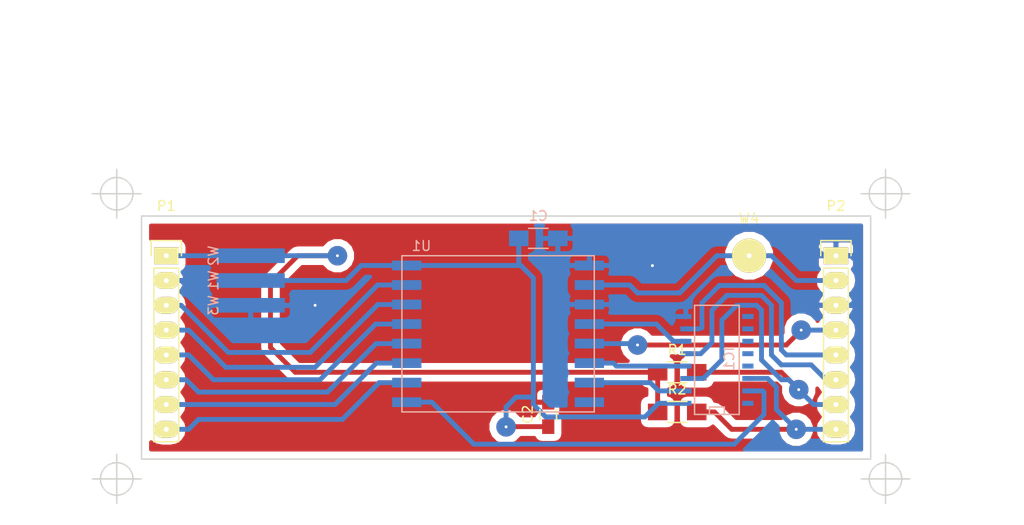
<source format=kicad_pcb>
(kicad_pcb (version 4) (host pcbnew 4.0.4+dfsg1-stable)

  (general
    (links 34)
    (no_connects 0)
    (area 106.604999 54.280999 181.431001 79.323001)
    (thickness 1.6)
    (drawings 12)
    (tracks 185)
    (zones 0)
    (modules 12)
    (nets 27)
  )

  (page A4)
  (layers
    (0 F.Cu signal hide)
    (31 B.Cu signal)
    (32 B.Adhes user)
    (33 F.Adhes user)
    (34 B.Paste user)
    (35 F.Paste user)
    (36 B.SilkS user)
    (37 F.SilkS user)
    (38 B.Mask user)
    (39 F.Mask user)
    (40 Dwgs.User user)
    (41 Cmts.User user)
    (42 Eco1.User user)
    (43 Eco2.User user)
    (44 Edge.Cuts user)
    (45 Margin user)
    (46 B.CrtYd user)
    (47 F.CrtYd user)
    (48 B.Fab user)
    (49 F.Fab user)
  )

  (setup
    (last_trace_width 0.5)
    (user_trace_width 0.3)
    (trace_clearance 0.2)
    (zone_clearance 0.7)
    (zone_45_only no)
    (trace_min 0.3)
    (segment_width 0.2)
    (edge_width 0.15)
    (via_size 0.6)
    (via_drill 0.4)
    (via_min_size 0.4)
    (via_min_drill 0)
    (user_via 2 0.3)
    (uvia_size 0.3)
    (uvia_drill 0.1)
    (uvias_allowed no)
    (uvia_min_size 0.2)
    (uvia_min_drill 0.1)
    (pcb_text_width 0.3)
    (pcb_text_size 1.5 1.5)
    (mod_edge_width 0.15)
    (mod_text_size 1 1)
    (mod_text_width 0.15)
    (pad_size 1.5 7)
    (pad_drill 0)
    (pad_to_mask_clearance 0.2)
    (aux_axis_origin 0 0)
    (visible_elements FFFFFF7F)
    (pcbplotparams
      (layerselection 0x01000_80000001)
      (usegerberextensions false)
      (excludeedgelayer false)
      (linewidth 0.100000)
      (plotframeref false)
      (viasonmask false)
      (mode 1)
      (useauxorigin false)
      (hpglpennumber 1)
      (hpglpenspeed 20)
      (hpglpendiameter 15)
      (hpglpenoverlay 2)
      (psnegative false)
      (psa4output false)
      (plotreference true)
      (plotvalue true)
      (plotinvisibletext false)
      (padsonsilk false)
      (subtractmaskfromsilk false)
      (outputformat 5)
      (mirror false)
      (drillshape 1)
      (scaleselection 1)
      (outputdirectory masks))
  )

  (net 0 "")
  (net 1 "Net-(P1-Pad3)")
  (net 2 "Net-(P1-Pad4)")
  (net 3 "Net-(P1-Pad5)")
  (net 4 "Net-(P1-Pad6)")
  (net 5 "Net-(P1-Pad7)")
  (net 6 "Net-(P1-Pad8)")
  (net 7 "Net-(U1-Pad16)")
  (net 8 GND)
  (net 9 +3V3)
  (net 10 "Net-(IC1-Pad16)")
  (net 11 "Net-(IC1-Pad13)")
  (net 12 "Net-(IC1-Pad12)")
  (net 13 "Net-(IC1-Pad11)")
  (net 14 "Net-(IC1-Pad10)")
  (net 15 /CS_5V)
  (net 16 /RST_5V)
  (net 17 "Net-(IC1-Pad6)")
  (net 18 /SCK_5V)
  (net 19 "Net-(IC1-Pad4)")
  (net 20 /MOSI_5V)
  (net 21 "Net-(IC1-Pad2)")
  (net 22 "Net-(IC1-Pad15)")
  (net 23 +5V)
  (net 24 /MISO_3V)
  (net 25 "Net-(IC1-Pad9)")
  (net 26 "Net-(P2-Pad2)")

  (net_class Default "This is the default net class."
    (clearance 0.2)
    (trace_width 0.5)
    (via_dia 0.6)
    (via_drill 0.4)
    (uvia_dia 0.3)
    (uvia_drill 0.1)
    (add_net +3V3)
    (add_net +5V)
    (add_net /CS_5V)
    (add_net /MISO_3V)
    (add_net /MOSI_5V)
    (add_net /RST_5V)
    (add_net /SCK_5V)
    (add_net GND)
    (add_net "Net-(IC1-Pad10)")
    (add_net "Net-(IC1-Pad11)")
    (add_net "Net-(IC1-Pad12)")
    (add_net "Net-(IC1-Pad13)")
    (add_net "Net-(IC1-Pad15)")
    (add_net "Net-(IC1-Pad16)")
    (add_net "Net-(IC1-Pad2)")
    (add_net "Net-(IC1-Pad4)")
    (add_net "Net-(IC1-Pad6)")
    (add_net "Net-(IC1-Pad9)")
    (add_net "Net-(P1-Pad3)")
    (add_net "Net-(P1-Pad4)")
    (add_net "Net-(P1-Pad5)")
    (add_net "Net-(P1-Pad6)")
    (add_net "Net-(P1-Pad7)")
    (add_net "Net-(P1-Pad8)")
    (add_net "Net-(P2-Pad2)")
    (add_net "Net-(U1-Pad16)")
  )

  (module Pin_Headers:Pin_Header_Straight_1x08 (layer F.Cu) (tedit 588FBAC9) (tstamp 5818CBB3)
    (at 109.22 58.42)
    (descr "Through hole pin header")
    (tags "pin header")
    (path /5818C50E)
    (fp_text reference P1 (at 0 -5.1) (layer F.SilkS)
      (effects (font (size 1 1) (thickness 0.15)))
    )
    (fp_text value CONN_01X08 (at 0 -3.1) (layer F.Fab)
      (effects (font (size 1 1) (thickness 0.15)))
    )
    (fp_line (start -1.75 -1.75) (end -1.75 19.55) (layer F.CrtYd) (width 0.05))
    (fp_line (start 1.75 -1.75) (end 1.75 19.55) (layer F.CrtYd) (width 0.05))
    (fp_line (start -1.75 -1.75) (end 1.75 -1.75) (layer F.CrtYd) (width 0.05))
    (fp_line (start -1.75 19.55) (end 1.75 19.55) (layer F.CrtYd) (width 0.05))
    (fp_line (start 1.27 1.27) (end 1.27 19.05) (layer F.SilkS) (width 0.15))
    (fp_line (start 1.27 19.05) (end -1.27 19.05) (layer F.SilkS) (width 0.15))
    (fp_line (start -1.27 19.05) (end -1.27 1.27) (layer F.SilkS) (width 0.15))
    (fp_line (start 1.55 -1.55) (end 1.55 0) (layer F.SilkS) (width 0.15))
    (fp_line (start 1.27 1.27) (end -1.27 1.27) (layer F.SilkS) (width 0.15))
    (fp_line (start -1.55 0) (end -1.55 -1.55) (layer F.SilkS) (width 0.15))
    (fp_line (start -1.55 -1.55) (end 1.55 -1.55) (layer F.SilkS) (width 0.15))
    (pad 1 thru_hole rect (at 0 0) (size 2.5 1.7272) (drill 0.5) (layers *.Cu *.Mask F.SilkS)
      (net 23 +5V))
    (pad 2 thru_hole oval (at 0 2.54) (size 2.5 1.7272) (drill 0.5) (layers *.Cu *.Mask F.SilkS)
      (net 8 GND))
    (pad 3 thru_hole oval (at 0 5.08) (size 2.5 1.7272) (drill 0.5) (layers *.Cu *.Mask F.SilkS)
      (net 1 "Net-(P1-Pad3)"))
    (pad 4 thru_hole oval (at 0 7.62) (size 2.5 1.7272) (drill 0.5) (layers *.Cu *.Mask F.SilkS)
      (net 2 "Net-(P1-Pad4)"))
    (pad 5 thru_hole oval (at 0 10.16) (size 2.5 1.7272) (drill 0.5) (layers *.Cu *.Mask F.SilkS)
      (net 3 "Net-(P1-Pad5)"))
    (pad 6 thru_hole oval (at 0 12.7) (size 2.5 1.7272) (drill 0.5) (layers *.Cu *.Mask F.SilkS)
      (net 4 "Net-(P1-Pad6)"))
    (pad 7 thru_hole oval (at 0 15.24) (size 2.5 1.7272) (drill 0.5) (layers *.Cu *.Mask F.SilkS)
      (net 5 "Net-(P1-Pad7)"))
    (pad 8 thru_hole oval (at 0 17.78) (size 2.5 1.7272) (drill 0.5) (layers *.Cu *.Mask F.SilkS)
      (net 6 "Net-(P1-Pad8)"))
    (model Pin_Headers.3dshapes/Pin_Header_Straight_1x08.wrl
      (at (xyz 0 -0.35 0))
      (scale (xyz 1 1 1))
      (rotate (xyz 0 0 90))
    )
  )

  (module Pin_Headers:Pin_Header_Straight_1x08 (layer F.Cu) (tedit 588FBA88) (tstamp 5818CBBF)
    (at 177.8 58.42)
    (descr "Through hole pin header")
    (tags "pin header")
    (path /5818C495)
    (fp_text reference P2 (at 0 -5.1) (layer F.SilkS)
      (effects (font (size 1 1) (thickness 0.15)))
    )
    (fp_text value CONN_01X08 (at 0 -3.1) (layer F.Fab)
      (effects (font (size 1 1) (thickness 0.15)))
    )
    (fp_line (start -1.75 -1.75) (end -1.75 19.55) (layer F.CrtYd) (width 0.05))
    (fp_line (start 1.75 -1.75) (end 1.75 19.55) (layer F.CrtYd) (width 0.05))
    (fp_line (start -1.75 -1.75) (end 1.75 -1.75) (layer F.CrtYd) (width 0.05))
    (fp_line (start -1.75 19.55) (end 1.75 19.55) (layer F.CrtYd) (width 0.05))
    (fp_line (start 1.27 1.27) (end 1.27 19.05) (layer F.SilkS) (width 0.15))
    (fp_line (start 1.27 19.05) (end -1.27 19.05) (layer F.SilkS) (width 0.15))
    (fp_line (start -1.27 19.05) (end -1.27 1.27) (layer F.SilkS) (width 0.15))
    (fp_line (start 1.55 -1.55) (end 1.55 0) (layer F.SilkS) (width 0.15))
    (fp_line (start 1.27 1.27) (end -1.27 1.27) (layer F.SilkS) (width 0.15))
    (fp_line (start -1.55 0) (end -1.55 -1.55) (layer F.SilkS) (width 0.15))
    (fp_line (start -1.55 -1.55) (end 1.55 -1.55) (layer F.SilkS) (width 0.15))
    (pad 1 thru_hole rect (at 0 0) (size 2.5 1.7272) (drill 0.5) (layers *.Cu *.Mask F.SilkS)
      (net 8 GND))
    (pad 2 thru_hole oval (at 0 2.54) (size 2.5 1.7272) (drill 0.5) (layers *.Cu *.Mask F.SilkS)
      (net 26 "Net-(P2-Pad2)"))
    (pad 3 thru_hole oval (at 0 5.08) (size 2.5 1.7272) (drill 0.5) (layers *.Cu *.Mask F.SilkS)
      (net 8 GND))
    (pad 4 thru_hole oval (at 0 7.62) (size 2.5 1.7272) (drill 0.5) (layers *.Cu *.Mask F.SilkS)
      (net 24 /MISO_3V))
    (pad 5 thru_hole oval (at 0 10.16) (size 2.5 1.7272) (drill 0.5) (layers *.Cu *.Mask F.SilkS)
      (net 18 /SCK_5V))
    (pad 6 thru_hole oval (at 0 12.7) (size 2.5 1.7272) (drill 0.5) (layers *.Cu *.Mask F.SilkS)
      (net 20 /MOSI_5V))
    (pad 7 thru_hole oval (at 0 15.24) (size 2.5 1.7272) (drill 0.5) (layers *.Cu *.Mask F.SilkS)
      (net 15 /CS_5V))
    (pad 8 thru_hole oval (at 0 17.78) (size 2.5 1.7272) (drill 0.5) (layers *.Cu *.Mask F.SilkS)
      (net 16 /RST_5V))
    (model Pin_Headers.3dshapes/Pin_Header_Straight_1x08.wrl
      (at (xyz 0 -0.35 0))
      (scale (xyz 1 1 1))
      (rotate (xyz 0 0 90))
    )
  )

  (module rfm69:RFM69HW (layer B.Cu) (tedit 580505ED) (tstamp 5818CBD7)
    (at 133.35 58.42)
    (path /5818C38E)
    (fp_text reference U1 (at 2 -1) (layer B.SilkS)
      (effects (font (size 1 1) (thickness 0.15)) (justify mirror))
    )
    (fp_text value RFM69 (at 3 17) (layer B.Fab)
      (effects (font (size 1 1) (thickness 0.15)) (justify mirror))
    )
    (fp_line (start 0 0) (end 0 16) (layer B.SilkS) (width 0.15))
    (fp_line (start 0 16) (end 19.7 16) (layer B.SilkS) (width 0.15))
    (fp_line (start 19.7 16) (end 19.7 0) (layer B.SilkS) (width 0.15))
    (fp_line (start 19.7 0) (end 0 0) (layer B.SilkS) (width 0.15))
    (pad 9 smd rect (at 19.2 1) (size 3 1) (layers B.Cu B.Paste B.Mask)
      (net 8 GND))
    (pad 10 smd rect (at 19.2 3) (size 3 1) (layers B.Cu B.Paste B.Mask)
      (net 26 "Net-(P2-Pad2)"))
    (pad 11 smd rect (at 19.2 5) (size 3 1) (layers B.Cu B.Paste B.Mask)
      (net 8 GND))
    (pad 12 smd rect (at 19.2 7) (size 3 1) (layers B.Cu B.Paste B.Mask)
      (net 17 "Net-(IC1-Pad6)"))
    (pad 13 smd rect (at 19.2 9) (size 3 1) (layers B.Cu B.Paste B.Mask)
      (net 24 /MISO_3V))
    (pad 14 smd rect (at 19.2 11) (size 3 1) (layers B.Cu B.Paste B.Mask)
      (net 19 "Net-(IC1-Pad4)"))
    (pad 15 smd rect (at 19.2 13) (size 3 1) (layers B.Cu B.Paste B.Mask)
      (net 21 "Net-(IC1-Pad2)"))
    (pad 16 smd rect (at 19.2 15) (size 3 1) (layers B.Cu B.Paste B.Mask)
      (net 7 "Net-(U1-Pad16)"))
    (pad 8 smd rect (at 0.5 1) (size 3 1) (layers B.Cu B.Paste B.Mask)
      (net 9 +3V3))
    (pad 7 smd rect (at 0.5 3) (size 3 1) (layers B.Cu B.Paste B.Mask)
      (net 1 "Net-(P1-Pad3)"))
    (pad 6 smd rect (at 0.5 5) (size 3 1) (layers B.Cu B.Paste B.Mask)
      (net 2 "Net-(P1-Pad4)"))
    (pad 5 smd rect (at 0.5 7) (size 3 1) (layers B.Cu B.Paste B.Mask)
      (net 3 "Net-(P1-Pad5)"))
    (pad 4 smd rect (at 0.5 9) (size 3 1) (layers B.Cu B.Paste B.Mask)
      (net 4 "Net-(P1-Pad6)"))
    (pad 3 smd rect (at 0.5 11) (size 3 1) (layers B.Cu B.Paste B.Mask)
      (net 5 "Net-(P1-Pad7)"))
    (pad 2 smd rect (at 0.5 13) (size 3 1) (layers B.Cu B.Paste B.Mask)
      (net 6 "Net-(P1-Pad8)"))
    (pad 1 smd rect (at 0.5 15) (size 3 1) (layers B.Cu B.Paste B.Mask)
      (net 22 "Net-(IC1-Pad15)"))
  )

  (module SMD_Packages:SO-16-N (layer B.Cu) (tedit 581F9FED) (tstamp 581F86B4)
    (at 165.608 69.088 90)
    (descr "Module CMS SOJ 16 pins large")
    (tags "CMS SOJ")
    (path /581BB85D)
    (attr smd)
    (fp_text reference IC1 (at 0.127 1.27 90) (layer B.SilkS)
      (effects (font (size 1 1) (thickness 0.15)) (justify mirror))
    )
    (fp_text value 74HC4050 (at 0 -1.27 90) (layer B.Fab)
      (effects (font (size 1 1) (thickness 0.15)) (justify mirror))
    )
    (fp_line (start -5.588 0.762) (end -4.826 0.762) (layer B.SilkS) (width 0.15))
    (fp_line (start -4.826 0.762) (end -4.826 -0.762) (layer B.SilkS) (width 0.15))
    (fp_line (start -4.826 -0.762) (end -5.588 -0.762) (layer B.SilkS) (width 0.15))
    (fp_line (start 5.588 2.286) (end 5.588 -2.286) (layer B.SilkS) (width 0.15))
    (fp_line (start 5.588 -2.286) (end -5.588 -2.286) (layer B.SilkS) (width 0.15))
    (fp_line (start -5.588 -2.286) (end -5.588 2.286) (layer B.SilkS) (width 0.15))
    (fp_line (start -5.588 2.286) (end 5.588 2.286) (layer B.SilkS) (width 0.15))
    (pad 16 smd rect (at -4.445 3.175 90) (size 0.508 1.143) (layers B.Cu B.Paste B.Mask)
      (net 10 "Net-(IC1-Pad16)"))
    (pad 14 smd rect (at -1.905 3.175 90) (size 0.508 1.143) (layers B.Cu B.Paste B.Mask)
      (net 16 /RST_5V))
    (pad 13 smd rect (at -0.635 3.175 90) (size 0.508 1.143) (layers B.Cu B.Paste B.Mask)
      (net 11 "Net-(IC1-Pad13)"))
    (pad 12 smd rect (at 0.635 3.175 90) (size 0.508 1.143) (layers B.Cu B.Paste B.Mask)
      (net 12 "Net-(IC1-Pad12)"))
    (pad 11 smd rect (at 1.905 3.175 90) (size 0.508 1.143) (layers B.Cu B.Paste B.Mask)
      (net 13 "Net-(IC1-Pad11)"))
    (pad 10 smd rect (at 3.175 3.175 90) (size 0.508 1.143) (layers B.Cu B.Paste B.Mask)
      (net 14 "Net-(IC1-Pad10)"))
    (pad 9 smd rect (at 4.445 3.175 90) (size 0.508 1.143) (layers B.Cu B.Paste B.Mask)
      (net 25 "Net-(IC1-Pad9)"))
    (pad 8 smd rect (at 4.445 -3.175 90) (size 0.508 1.143) (layers B.Cu B.Paste B.Mask)
      (net 8 GND))
    (pad 7 smd rect (at 3.175 -3.175 90) (size 0.508 1.143) (layers B.Cu B.Paste B.Mask)
      (net 18 /SCK_5V))
    (pad 6 smd rect (at 1.905 -3.175 90) (size 0.508 1.143) (layers B.Cu B.Paste B.Mask)
      (net 17 "Net-(IC1-Pad6)"))
    (pad 5 smd rect (at 0.635 -3.175 90) (size 0.508 1.143) (layers B.Cu B.Paste B.Mask)
      (net 20 /MOSI_5V))
    (pad 4 smd rect (at -0.635 -3.175 90) (size 0.508 1.143) (layers B.Cu B.Paste B.Mask)
      (net 19 "Net-(IC1-Pad4)"))
    (pad 3 smd rect (at -1.905 -3.175 90) (size 0.508 1.143) (layers B.Cu B.Paste B.Mask)
      (net 15 /CS_5V))
    (pad 2 smd rect (at -3.175 -3.175 90) (size 0.508 1.143) (layers B.Cu B.Paste B.Mask)
      (net 21 "Net-(IC1-Pad2)"))
    (pad 1 smd rect (at -4.445 -3.175 90) (size 0.508 1.143) (layers B.Cu B.Paste B.Mask)
      (net 9 +3V3))
    (pad 15 smd rect (at -3.175 3.175 90) (size 0.508 1.143) (layers B.Cu B.Paste B.Mask)
      (net 22 "Net-(IC1-Pad15)"))
    (model SMD_Packages.3dshapes/SO-16-N.wrl
      (at (xyz 0 0 0))
      (scale (xyz 0.5 0.4 0.5))
      (rotate (xyz 0 0 0))
    )
  )

  (module Wire_Pads:SolderWirePad_single_SMD_5x10mm (layer B.Cu) (tedit 588FC0EE) (tstamp 581F86C5)
    (at 117.856 60.96 270)
    (descr "Wire Pad, Square, SMD Pad,  5mm x 10mm,")
    (tags "MesurementPoint Square SMDPad 5mmx10mm ")
    (path /581F7B20)
    (attr smd)
    (fp_text reference W1 (at 0 3.81 270) (layer B.SilkS)
      (effects (font (size 1 1) (thickness 0.15)) (justify mirror))
    )
    (fp_text value TEST_1P (at 0 -6.35 270) (layer B.Fab)
      (effects (font (size 1 1) (thickness 0.15)) (justify mirror))
    )
    (fp_line (start 2.75 5.25) (end -2.75 5.25) (layer B.CrtYd) (width 0.05))
    (fp_line (start 2.75 -5.25) (end 2.75 5.25) (layer B.CrtYd) (width 0.05))
    (fp_line (start -2.75 -5.25) (end 2.75 -5.25) (layer B.CrtYd) (width 0.05))
    (fp_line (start -2.75 5.25) (end -2.75 -5.25) (layer B.CrtYd) (width 0.05))
    (pad 1 smd rect (at 0 0 270) (size 1.5 7) (layers B.Cu B.Paste B.Mask)
      (net 9 +3V3))
  )

  (module Wire_Pads:SolderWirePad_single_SMD_5x10mm (layer B.Cu) (tedit 588FC0D2) (tstamp 581F86CA)
    (at 117.856 58.42 270)
    (descr "Wire Pad, Square, SMD Pad,  5mm x 10mm,")
    (tags "MesurementPoint Square SMDPad 5mmx10mm ")
    (path /581F791B)
    (attr smd)
    (fp_text reference W2 (at 0 3.81 270) (layer B.SilkS)
      (effects (font (size 1 1) (thickness 0.15)) (justify mirror))
    )
    (fp_text value TEST_1P (at 0 -6.35 270) (layer B.Fab)
      (effects (font (size 1 1) (thickness 0.15)) (justify mirror))
    )
    (fp_line (start 2.75 5.25) (end -2.75 5.25) (layer B.CrtYd) (width 0.05))
    (fp_line (start 2.75 -5.25) (end 2.75 5.25) (layer B.CrtYd) (width 0.05))
    (fp_line (start -2.75 -5.25) (end 2.75 -5.25) (layer B.CrtYd) (width 0.05))
    (fp_line (start -2.75 5.25) (end -2.75 -5.25) (layer B.CrtYd) (width 0.05))
    (pad 1 smd rect (at 0 0 270) (size 1.5 7) (layers B.Cu B.Paste B.Mask)
      (net 23 +5V))
  )

  (module Wire_Pads:SolderWirePad_single_SMD_5x10mm (layer B.Cu) (tedit 588FC100) (tstamp 581F86CF)
    (at 117.856 63.5 270)
    (descr "Wire Pad, Square, SMD Pad,  5mm x 10mm,")
    (tags "MesurementPoint Square SMDPad 5mmx10mm ")
    (path /581F7A05)
    (attr smd)
    (fp_text reference W3 (at 0 3.81 270) (layer B.SilkS)
      (effects (font (size 1 1) (thickness 0.15)) (justify mirror))
    )
    (fp_text value TEST_1P (at 0 -6.35 270) (layer B.Fab)
      (effects (font (size 1 1) (thickness 0.15)) (justify mirror))
    )
    (fp_line (start 2.75 5.25) (end -2.75 5.25) (layer B.CrtYd) (width 0.05))
    (fp_line (start 2.75 -5.25) (end 2.75 5.25) (layer B.CrtYd) (width 0.05))
    (fp_line (start -2.75 -5.25) (end 2.75 -5.25) (layer B.CrtYd) (width 0.05))
    (fp_line (start -2.75 5.25) (end -2.75 -5.25) (layer B.CrtYd) (width 0.05))
    (pad 1 smd rect (at 0 0 270) (size 1.5 7) (layers B.Cu B.Paste B.Mask)
      (net 8 GND))
  )

  (module Capacitors_SMD:C_1206_HandSoldering (layer B.Cu) (tedit 541A9C03) (tstamp 5888EFA0)
    (at 147.32 56.642 180)
    (descr "Capacitor SMD 1206, hand soldering")
    (tags "capacitor 1206")
    (path /5818C6B7)
    (attr smd)
    (fp_text reference C1 (at 0 2.3 180) (layer B.SilkS)
      (effects (font (size 1 1) (thickness 0.15)) (justify mirror))
    )
    (fp_text value 10uF (at 0 -2.3 180) (layer B.Fab)
      (effects (font (size 1 1) (thickness 0.15)) (justify mirror))
    )
    (fp_line (start -3.3 1.15) (end 3.3 1.15) (layer B.CrtYd) (width 0.05))
    (fp_line (start -3.3 -1.15) (end 3.3 -1.15) (layer B.CrtYd) (width 0.05))
    (fp_line (start -3.3 1.15) (end -3.3 -1.15) (layer B.CrtYd) (width 0.05))
    (fp_line (start 3.3 1.15) (end 3.3 -1.15) (layer B.CrtYd) (width 0.05))
    (fp_line (start 1 1.025) (end -1 1.025) (layer B.SilkS) (width 0.15))
    (fp_line (start -1 -1.025) (end 1 -1.025) (layer B.SilkS) (width 0.15))
    (pad 1 smd rect (at -2 0 180) (size 2 1.6) (layers B.Cu B.Paste B.Mask)
      (net 8 GND))
    (pad 2 smd rect (at 2 0 180) (size 2 1.6) (layers B.Cu B.Paste B.Mask)
      (net 9 +3V3))
    (model Capacitors_SMD.3dshapes/C_1206_HandSoldering.wrl
      (at (xyz 0 0 0))
      (scale (xyz 1 1 1))
      (rotate (xyz 0 0 0))
    )
  )

  (module Capacitors_SMD:C_0805_HandSoldering (layer F.Cu) (tedit 541A9B8D) (tstamp 5888EFA5)
    (at 148.336 74.676 90)
    (descr "Capacitor SMD 0805, hand soldering")
    (tags "capacitor 0805")
    (path /5818C782)
    (attr smd)
    (fp_text reference C2 (at 0 -2.1 90) (layer F.SilkS)
      (effects (font (size 1 1) (thickness 0.15)))
    )
    (fp_text value 0.1uF (at 0 2.1 90) (layer F.Fab)
      (effects (font (size 1 1) (thickness 0.15)))
    )
    (fp_line (start -2.3 -1) (end 2.3 -1) (layer F.CrtYd) (width 0.05))
    (fp_line (start -2.3 1) (end 2.3 1) (layer F.CrtYd) (width 0.05))
    (fp_line (start -2.3 -1) (end -2.3 1) (layer F.CrtYd) (width 0.05))
    (fp_line (start 2.3 -1) (end 2.3 1) (layer F.CrtYd) (width 0.05))
    (fp_line (start 0.5 -0.85) (end -0.5 -0.85) (layer F.SilkS) (width 0.15))
    (fp_line (start -0.5 0.85) (end 0.5 0.85) (layer F.SilkS) (width 0.15))
    (pad 1 smd rect (at -1.25 0 90) (size 1.5 1.25) (layers F.Cu F.Paste F.Mask)
      (net 9 +3V3))
    (pad 2 smd rect (at 1.25 0 90) (size 1.5 1.25) (layers F.Cu F.Paste F.Mask)
      (net 8 GND))
    (model Capacitors_SMD.3dshapes/C_0805_HandSoldering.wrl
      (at (xyz 0 0 0))
      (scale (xyz 1 1 1))
      (rotate (xyz 0 0 0))
    )
  )

  (module Resistors_SMD:R_1206_HandSoldering (layer F.Cu) (tedit 5418A20D) (tstamp 5888F1C4)
    (at 161.544 70.358)
    (descr "Resistor SMD 1206, hand soldering")
    (tags "resistor 1206")
    (path /581F96AD)
    (attr smd)
    (fp_text reference R1 (at 0 -2.3) (layer F.SilkS)
      (effects (font (size 1 1) (thickness 0.15)))
    )
    (fp_text value 100k (at 0 2.3) (layer F.Fab)
      (effects (font (size 1 1) (thickness 0.15)))
    )
    (fp_line (start -3.3 -1.2) (end 3.3 -1.2) (layer F.CrtYd) (width 0.05))
    (fp_line (start -3.3 1.2) (end 3.3 1.2) (layer F.CrtYd) (width 0.05))
    (fp_line (start -3.3 -1.2) (end -3.3 1.2) (layer F.CrtYd) (width 0.05))
    (fp_line (start 3.3 -1.2) (end 3.3 1.2) (layer F.CrtYd) (width 0.05))
    (fp_line (start 1 1.075) (end -1 1.075) (layer F.SilkS) (width 0.15))
    (fp_line (start -1 -1.075) (end 1 -1.075) (layer F.SilkS) (width 0.15))
    (pad 1 smd rect (at -2 0) (size 2 1.7) (layers F.Cu F.Paste F.Mask)
      (net 23 +5V))
    (pad 2 smd rect (at 2 0) (size 2 1.7) (layers F.Cu F.Paste F.Mask)
      (net 15 /CS_5V))
    (model Resistors_SMD.3dshapes/R_1206_HandSoldering.wrl
      (at (xyz 0 0 0))
      (scale (xyz 1 1 1))
      (rotate (xyz 0 0 0))
    )
  )

  (module Resistors_SMD:R_1206_HandSoldering (layer F.Cu) (tedit 5418A20D) (tstamp 5888F1C9)
    (at 161.544 74.422)
    (descr "Resistor SMD 1206, hand soldering")
    (tags "resistor 1206")
    (path /581F95D6)
    (attr smd)
    (fp_text reference R2 (at 0 -2.3) (layer F.SilkS)
      (effects (font (size 1 1) (thickness 0.15)))
    )
    (fp_text value 100k (at 0 2.3) (layer F.Fab)
      (effects (font (size 1 1) (thickness 0.15)))
    )
    (fp_line (start -3.3 -1.2) (end 3.3 -1.2) (layer F.CrtYd) (width 0.05))
    (fp_line (start -3.3 1.2) (end 3.3 1.2) (layer F.CrtYd) (width 0.05))
    (fp_line (start -3.3 -1.2) (end -3.3 1.2) (layer F.CrtYd) (width 0.05))
    (fp_line (start 3.3 -1.2) (end 3.3 1.2) (layer F.CrtYd) (width 0.05))
    (fp_line (start 1 1.075) (end -1 1.075) (layer F.SilkS) (width 0.15))
    (fp_line (start -1 -1.075) (end 1 -1.075) (layer F.SilkS) (width 0.15))
    (pad 1 smd rect (at -2 0) (size 2 1.7) (layers F.Cu F.Paste F.Mask)
      (net 23 +5V))
    (pad 2 smd rect (at 2 0) (size 2 1.7) (layers F.Cu F.Paste F.Mask)
      (net 16 /RST_5V))
    (model Resistors_SMD.3dshapes/R_1206_HandSoldering.wrl
      (at (xyz 0 0 0))
      (scale (xyz 1 1 1))
      (rotate (xyz 0 0 0))
    )
  )

  (module Wire_Pads:SolderWirePad_single_1-2mmDrill (layer F.Cu) (tedit 588FB943) (tstamp 588FB625)
    (at 168.91 58.42)
    (path /588FB5FE)
    (fp_text reference W4 (at 0 -3.81) (layer F.SilkS)
      (effects (font (size 1 1) (thickness 0.15)))
    )
    (fp_text value TEST_1P (at -1.905 3.175) (layer F.Fab)
      (effects (font (size 1 1) (thickness 0.15)))
    )
    (pad 1 thru_hole circle (at 0 0) (size 3.50012 3.50012) (drill 0.5) (layers *.Cu *.Mask F.SilkS)
      (net 26 "Net-(P2-Pad2)"))
  )

  (dimension 38.1 (width 0.3) (layer Cmts.User)
    (gr_text "38,100 mm" (at 194.39 66.802 270) (layer Cmts.User)
      (effects (font (size 1.5 1.5) (thickness 0.3)))
    )
    (feature1 (pts (xy 182.88 85.852) (xy 195.74 85.852)))
    (feature2 (pts (xy 182.88 47.752) (xy 195.74 47.752)))
    (crossbar (pts (xy 193.04 47.752) (xy 193.04 85.852)))
    (arrow1a (pts (xy 193.04 85.852) (xy 192.453579 84.725496)))
    (arrow1b (pts (xy 193.04 85.852) (xy 193.626421 84.725496)))
    (arrow2a (pts (xy 193.04 47.752) (xy 192.453579 48.878504)))
    (arrow2b (pts (xy 193.04 47.752) (xy 193.626421 48.878504)))
  )
  (dimension 86.614372 (width 0.3) (layer Cmts.User)
    (gr_text "86,614 mm" (at 143.435373 34.083893 359.8319777) (layer Cmts.User)
      (effects (font (size 1.5 1.5) (thickness 0.3)))
    )
    (feature1 (pts (xy 186.69 52.07) (xy 186.746332 32.860899)))
    (feature2 (pts (xy 100.076 51.816) (xy 100.132332 32.606899)))
    (crossbar (pts (xy 100.124414 35.306887) (xy 186.738414 35.560887)))
    (arrow1a (pts (xy 186.738414 35.560887) (xy 185.610195 36.144002)))
    (arrow1b (pts (xy 186.738414 35.560887) (xy 185.613635 34.971165)))
    (arrow2a (pts (xy 100.124414 35.306887) (xy 101.249193 35.896609)))
    (arrow2b (pts (xy 100.124414 35.306887) (xy 101.252633 34.723772)))
  )
  (target plus (at 182.88 52.07) (size 5) (width 0.15) (layer Edge.Cuts))
  (target plus (at 182.88 81.28) (size 5) (width 0.15) (layer Edge.Cuts))
  (target plus (at 104.14 52.07) (size 5) (width 0.15) (layer Edge.Cuts))
  (target plus (at 104.14 81.28) (size 5) (width 0.15) (layer Edge.Cuts))
  (dimension 24.892 (width 0.3) (layer Cmts.User)
    (gr_text "24,892 mm" (at 98.472 66.802 270) (layer Cmts.User)
      (effects (font (size 1.5 1.5) (thickness 0.3)))
    )
    (feature1 (pts (xy 106.68 79.248) (xy 97.122 79.248)))
    (feature2 (pts (xy 106.68 54.356) (xy 97.122 54.356)))
    (crossbar (pts (xy 99.822 54.356) (xy 99.822 79.248)))
    (arrow1a (pts (xy 99.822 79.248) (xy 99.235579 78.121496)))
    (arrow1b (pts (xy 99.822 79.248) (xy 100.408421 78.121496)))
    (arrow2a (pts (xy 99.822 54.356) (xy 99.235579 55.482504)))
    (arrow2b (pts (xy 99.822 54.356) (xy 100.408421 55.482504)))
  )
  (dimension 74.676 (width 0.3) (layer Cmts.User)
    (gr_text "74,676 mm" (at 144.018 46.148) (layer Cmts.User)
      (effects (font (size 1.5 1.5) (thickness 0.3)))
    )
    (feature1 (pts (xy 181.356 54.356) (xy 181.356 44.798)))
    (feature2 (pts (xy 106.68 54.356) (xy 106.68 44.798)))
    (crossbar (pts (xy 106.68 47.498) (xy 181.356 47.498)))
    (arrow1a (pts (xy 181.356 47.498) (xy 180.229496 48.084421)))
    (arrow1b (pts (xy 181.356 47.498) (xy 180.229496 46.911579)))
    (arrow2a (pts (xy 106.68 47.498) (xy 107.806504 48.084421)))
    (arrow2b (pts (xy 106.68 47.498) (xy 107.806504 46.911579)))
  )
  (gr_line (start 106.68 54.356) (end 106.68 79.248) (angle 90) (layer Edge.Cuts) (width 0.15))
  (gr_line (start 181.356 54.356) (end 106.68 54.356) (angle 90) (layer Edge.Cuts) (width 0.15))
  (gr_line (start 181.356 79.248) (end 181.356 54.356) (angle 90) (layer Edge.Cuts) (width 0.15))
  (gr_line (start 106.68 79.248) (end 181.356 79.248) (angle 90) (layer Edge.Cuts) (width 0.15))

  (segment (start 109.22 63.5) (end 110.744 63.5) (width 0.5) (layer B.Cu) (net 1))
  (segment (start 130.858 61.42) (end 133.85 61.42) (width 0.5) (layer B.Cu) (net 1) (tstamp 588BD104))
  (segment (start 123.952 68.326) (end 130.858 61.42) (width 0.5) (layer B.Cu) (net 1) (tstamp 588BD102))
  (segment (start 115.57 68.326) (end 123.952 68.326) (width 0.5) (layer B.Cu) (net 1) (tstamp 588BD2EA))
  (segment (start 110.744 63.5) (end 115.57 68.326) (width 0.5) (layer B.Cu) (net 1) (tstamp 588BD2E9))
  (segment (start 109.22 66.04) (end 111.506 66.04) (width 0.5) (layer B.Cu) (net 2))
  (segment (start 130.89 63.42) (end 133.85 63.42) (width 0.5) (layer B.Cu) (net 2) (tstamp 588BD0FA))
  (segment (start 124.46 69.85) (end 130.89 63.42) (width 0.5) (layer B.Cu) (net 2) (tstamp 588BD0F8))
  (segment (start 115.316 69.85) (end 124.46 69.85) (width 0.5) (layer B.Cu) (net 2) (tstamp 588BD2F0))
  (segment (start 111.506 66.04) (end 115.316 69.85) (width 0.5) (layer B.Cu) (net 2) (tstamp 588BD2EE))
  (segment (start 109.22 66.04) (end 109.22 66.294) (width 0.5) (layer B.Cu) (net 2) (status 30))
  (segment (start 109.22 68.58) (end 111.506 68.58) (width 0.5) (layer B.Cu) (net 3))
  (segment (start 130.668 65.42) (end 133.85 65.42) (width 0.5) (layer B.Cu) (net 3) (tstamp 588BD301))
  (segment (start 124.968 71.12) (end 130.668 65.42) (width 0.5) (layer B.Cu) (net 3) (tstamp 588BD2FF))
  (segment (start 114.046 71.12) (end 124.968 71.12) (width 0.5) (layer B.Cu) (net 3) (tstamp 588BD2FD))
  (segment (start 111.506 68.58) (end 114.046 71.12) (width 0.5) (layer B.Cu) (net 3) (tstamp 588BD2FB))
  (segment (start 109.22 68.58) (end 109.728 68.58) (width 0.5) (layer B.Cu) (net 3) (status 30))
  (segment (start 133.835 65.405) (end 133.85 65.42) (width 0.5) (layer B.Cu) (net 3) (tstamp 588663F7) (status 30))
  (segment (start 133.835 65.405) (end 133.85 65.42) (width 0.5) (layer B.Cu) (net 3) (tstamp 588663A8) (status 30))
  (segment (start 125.73 72.39) (end 112.522 72.39) (width 0.5) (layer B.Cu) (net 4))
  (segment (start 125.73 72.39) (end 130.7 67.42) (width 0.5) (layer B.Cu) (net 4) (tstamp 588BD0E6))
  (segment (start 133.85 67.42) (end 130.7 67.42) (width 0.5) (layer B.Cu) (net 4) (tstamp 588BD0E8))
  (segment (start 111.252 71.12) (end 109.22 71.12) (width 0.5) (layer B.Cu) (net 4) (tstamp 588BD2DC))
  (segment (start 112.522 72.39) (end 111.252 71.12) (width 0.5) (layer B.Cu) (net 4) (tstamp 588BD2DB))
  (segment (start 109.22 71.12) (end 109.855 71.12) (width 0.5) (layer B.Cu) (net 4) (status 30))
  (segment (start 109.22 73.66) (end 126.492 73.66) (width 0.5) (layer B.Cu) (net 5) (status 10))
  (segment (start 130.732 69.42) (end 133.85 69.42) (width 0.5) (layer B.Cu) (net 5) (tstamp 588BD0D1))
  (segment (start 126.492 73.66) (end 130.732 69.42) (width 0.5) (layer B.Cu) (net 5) (tstamp 588BD0CF))
  (segment (start 109.22 76.2) (end 111.506 76.2) (width 0.5) (layer B.Cu) (net 6))
  (segment (start 127.254 75.184) (end 131.018 71.42) (width 0.5) (layer B.Cu) (net 6) (tstamp 588BD110))
  (segment (start 131.018 71.42) (end 133.85 71.42) (width 0.5) (layer B.Cu) (net 6) (tstamp 588BD112))
  (segment (start 112.522 75.184) (end 127.254 75.184) (width 0.5) (layer B.Cu) (net 6) (tstamp 588BD2D4))
  (segment (start 111.506 76.2) (end 112.522 75.184) (width 0.5) (layer B.Cu) (net 6) (tstamp 588BD2D3))
  (segment (start 165.608 55.626) (end 173.736 55.626) (width 0.5) (layer B.Cu) (net 8))
  (segment (start 175.006 56.896) (end 176.53 58.42) (width 0.5) (layer B.Cu) (net 8) (tstamp 588FB6E3))
  (segment (start 177.8 58.42) (end 176.53 58.42) (width 0.5) (layer B.Cu) (net 8) (tstamp 588FB6E6))
  (segment (start 161.798 59.436) (end 159.004 59.436) (width 0.5) (layer B.Cu) (net 8))
  (segment (start 161.798 59.436) (end 165.608 55.626) (width 0.5) (layer B.Cu) (net 8) (tstamp 5888C5AF))
  (segment (start 173.736 55.626) (end 175.006 56.896) (width 0.5) (layer B.Cu) (net 8) (tstamp 588FB71B))
  (segment (start 177.8 58.42) (end 179.324 58.42) (width 0.5) (layer B.Cu) (net 8))
  (segment (start 179.324 63.5) (end 177.8 63.5) (width 0.5) (layer B.Cu) (net 8) (tstamp 5888C5D3))
  (segment (start 180.086 62.738) (end 179.324 63.5) (width 0.5) (layer B.Cu) (net 8) (tstamp 5888C5C7))
  (segment (start 180.086 59.182) (end 180.086 62.738) (width 0.5) (layer B.Cu) (net 8) (tstamp 5888C5C4))
  (segment (start 179.324 58.42) (end 180.086 59.182) (width 0.5) (layer B.Cu) (net 8) (tstamp 5888C5C1))
  (segment (start 148.336 73.426) (end 123.21 73.426) (width 0.5) (layer F.Cu) (net 8))
  (segment (start 123.21 73.426) (end 118.364 68.58) (width 0.5) (layer F.Cu) (net 8) (tstamp 588914DD))
  (segment (start 118.364 68.58) (end 118.364 60.706) (width 0.5) (layer F.Cu) (net 8) (tstamp 588914E5))
  (segment (start 118.364 60.706) (end 122.682 56.388) (width 0.5) (layer F.Cu) (net 8) (tstamp 588914E8))
  (segment (start 122.682 56.388) (end 128.778 56.388) (width 0.5) (layer F.Cu) (net 8) (tstamp 588914EB))
  (segment (start 128.778 56.388) (end 130.048 57.658) (width 0.5) (layer F.Cu) (net 8) (tstamp 588914F0))
  (segment (start 130.048 57.658) (end 130.048 63.5) (width 0.5) (layer F.Cu) (net 8) (tstamp 588914F1))
  (segment (start 149.32 56.642) (end 149.32 59.42) (width 0.5) (layer B.Cu) (net 8))
  (segment (start 124.46 63.5) (end 130.048 63.5) (width 0.5) (layer F.Cu) (net 8))
  (segment (start 130.048 63.5) (end 154.94 63.5) (width 0.5) (layer F.Cu) (net 8) (tstamp 588914F7))
  (via (at 159.004 59.436) (size 2) (drill 0.3) (layers F.Cu B.Cu) (net 8))
  (segment (start 156.464 61.976) (end 159.004 59.436) (width 0.5) (layer F.Cu) (net 8) (tstamp 5888F9BE))
  (segment (start 154.94 63.5) (end 156.464 61.976) (width 0.5) (layer F.Cu) (net 8) (tstamp 5888C5FC))
  (segment (start 152.55 59.42) (end 158.988 59.42) (width 0.5) (layer B.Cu) (net 8))
  (segment (start 158.988 59.42) (end 159.004 59.436) (width 0.5) (layer B.Cu) (net 8) (tstamp 5888C571))
  (segment (start 109.22 60.96) (end 110.744 60.96) (width 0.5) (layer B.Cu) (net 8))
  (segment (start 113.284 63.5) (end 117.602 63.5) (width 0.5) (layer B.Cu) (net 8) (tstamp 588BD2E4))
  (segment (start 110.744 60.96) (end 113.284 63.5) (width 0.5) (layer B.Cu) (net 8) (tstamp 588BD2E3))
  (via (at 124.46 63.5) (size 2) (drill 0.3) (layers F.Cu B.Cu) (net 8))
  (segment (start 124.46 63.5) (end 117.602 63.5) (width 0.5) (layer B.Cu) (net 8) (status 20))
  (segment (start 152.55 59.42) (end 149.32 59.42) (width 0.5) (layer B.Cu) (net 8) (status 10))
  (segment (start 149.32 59.42) (end 149.114 59.42) (width 0.5) (layer B.Cu) (net 8) (tstamp 5888F293) (status 10))
  (segment (start 149.114 59.42) (end 148.082 60.452) (width 0.5) (layer B.Cu) (net 8) (tstamp 588666F1))
  (segment (start 148.082 60.452) (end 148.082 62.23) (width 0.5) (layer B.Cu) (net 8) (tstamp 588666F5))
  (segment (start 148.082 62.23) (end 149.272 63.42) (width 0.5) (layer B.Cu) (net 8) (tstamp 588666F8))
  (segment (start 149.272 63.42) (end 152.55 63.42) (width 0.5) (layer B.Cu) (net 8) (tstamp 588666FA) (status 20))
  (segment (start 148.336 75.926) (end 144.038 75.926) (width 0.5) (layer F.Cu) (net 9))
  (segment (start 144.038 75.926) (end 144.018 75.946) (width 0.5) (layer F.Cu) (net 9) (tstamp 5889148E))
  (via (at 144.018 75.946) (size 2) (drill 0.3) (layers F.Cu B.Cu) (net 9))
  (segment (start 144.018 75.946) (end 144.018 73.914) (width 0.5) (layer B.Cu) (net 9) (tstamp 58891491))
  (segment (start 144.018 73.914) (end 145.034 72.898) (width 0.5) (layer B.Cu) (net 9) (tstamp 58891492))
  (segment (start 145.034 72.898) (end 146.812 72.898) (width 0.5) (layer B.Cu) (net 9) (tstamp 58891496))
  (segment (start 129.175 59.42) (end 127.635 60.96) (width 0.5) (layer B.Cu) (net 9))
  (segment (start 145.32 56.642) (end 145.32 59.42) (width 0.5) (layer B.Cu) (net 9))
  (segment (start 133.85 59.42) (end 145.32 59.42) (width 0.5) (layer B.Cu) (net 9))
  (segment (start 145.32 59.42) (end 145.526 59.42) (width 0.5) (layer B.Cu) (net 9) (tstamp 5888F28A))
  (segment (start 159.639 73.533) (end 162.433 73.533) (width 0.5) (layer B.Cu) (net 9) (tstamp 588BD181))
  (segment (start 158.242 74.93) (end 159.639 73.533) (width 0.5) (layer B.Cu) (net 9) (tstamp 588BD180))
  (segment (start 148.082 74.93) (end 158.242 74.93) (width 0.5) (layer B.Cu) (net 9) (tstamp 588BD17F))
  (segment (start 146.812 73.66) (end 148.082 74.93) (width 0.5) (layer B.Cu) (net 9) (tstamp 588BD17E))
  (segment (start 146.812 60.706) (end 146.812 72.898) (width 0.5) (layer B.Cu) (net 9) (tstamp 588BD17D))
  (segment (start 146.812 72.898) (end 146.812 73.66) (width 0.5) (layer B.Cu) (net 9) (tstamp 5889149C))
  (segment (start 145.526 59.42) (end 146.812 60.706) (width 0.5) (layer B.Cu) (net 9) (tstamp 588BD17C))
  (segment (start 133.85 59.42) (end 129.175 59.42) (width 0.5) (layer B.Cu) (net 9))
  (segment (start 127.635 60.96) (end 125.095 60.96) (width 0.5) (layer B.Cu) (net 9) (tstamp 588BD0C2))
  (segment (start 117.602 60.96) (end 125.095 60.96) (width 0.5) (layer B.Cu) (net 9) (status 10))
  (segment (start 170.18 69.088) (end 172.212 71.12) (width 0.5) (layer B.Cu) (net 15))
  (segment (start 172.212 71.12) (end 172.974 71.12) (width 0.5) (layer B.Cu) (net 15) (tstamp 5888F894))
  (segment (start 172.974 71.12) (end 173.99 72.136) (width 0.5) (layer B.Cu) (net 15) (tstamp 5888F89D))
  (segment (start 163.544 70.358) (end 172.212 70.358) (width 0.5) (layer F.Cu) (net 15))
  (segment (start 172.212 70.358) (end 173.99 72.136) (width 0.5) (layer F.Cu) (net 15) (tstamp 5888F810))
  (via (at 173.99 72.136) (size 2) (drill 0.3) (layers F.Cu B.Cu) (net 15))
  (segment (start 173.99 72.136) (end 175.514 73.66) (width 0.5) (layer B.Cu) (net 15) (tstamp 5888F81C))
  (segment (start 175.514 73.66) (end 177.8 73.66) (width 0.5) (layer B.Cu) (net 15) (tstamp 5888F81D))
  (segment (start 167.64 63.5) (end 169.672 63.5) (width 0.5) (layer B.Cu) (net 15))
  (segment (start 169.672 63.5) (end 170.18 64.008) (width 0.5) (layer B.Cu) (net 15) (tstamp 5888C48F))
  (segment (start 170.18 64.008) (end 170.18 69.088) (width 0.5) (layer B.Cu) (net 15) (tstamp 5888C491))
  (segment (start 162.433 70.993) (end 164.211 70.993) (width 0.5) (layer B.Cu) (net 15))
  (segment (start 164.211 70.993) (end 166.116 69.088) (width 0.5) (layer B.Cu) (net 15) (tstamp 5888BDDC))
  (segment (start 166.116 69.088) (end 166.116 65.024) (width 0.5) (layer B.Cu) (net 15) (tstamp 5888BDE1))
  (segment (start 166.116 65.024) (end 167.64 63.5) (width 0.5) (layer B.Cu) (net 15) (tstamp 5888BDE4))
  (segment (start 171.704 71.882) (end 171.704 74.168) (width 0.5) (layer B.Cu) (net 16))
  (segment (start 171.704 74.168) (end 173.736 76.2) (width 0.5) (layer B.Cu) (net 16) (tstamp 5888F713))
  (segment (start 163.544 74.422) (end 165.354 74.422) (width 0.5) (layer F.Cu) (net 16))
  (segment (start 165.354 74.422) (end 167.132 76.2) (width 0.5) (layer F.Cu) (net 16) (tstamp 5888F6DD))
  (segment (start 167.132 76.2) (end 173.736 76.2) (width 0.5) (layer F.Cu) (net 16) (tstamp 5888F6EC))
  (via (at 173.736 76.2) (size 2) (drill 0.3) (layers F.Cu B.Cu) (net 16))
  (segment (start 173.736 76.2) (end 177.8 76.2) (width 0.5) (layer B.Cu) (net 16) (tstamp 5888F6F7))
  (segment (start 168.783 70.993) (end 170.815 70.993) (width 0.5) (layer B.Cu) (net 16))
  (segment (start 170.815 70.993) (end 171.704 71.882) (width 0.5) (layer B.Cu) (net 16) (tstamp 5888C42A))
  (segment (start 152.55 65.42) (end 155.344 65.42) (width 0.5) (layer B.Cu) (net 17))
  (segment (start 159.4 65.42) (end 155.344 65.42) (width 0.5) (layer B.Cu) (net 17))
  (segment (start 159.4 65.42) (end 161.163 67.183) (width 0.5) (layer B.Cu) (net 17) (tstamp 588BD150))
  (segment (start 161.163 67.183) (end 162.433 67.183) (width 0.5) (layer B.Cu) (net 17))
  (segment (start 165.862 61.468) (end 170.434 61.468) (width 0.5) (layer B.Cu) (net 18))
  (segment (start 170.434 61.468) (end 172.212 63.246) (width 0.5) (layer B.Cu) (net 18) (tstamp 5888C4D8))
  (segment (start 172.212 63.246) (end 172.212 68.072) (width 0.5) (layer B.Cu) (net 18) (tstamp 5888C4DE))
  (segment (start 172.212 68.072) (end 172.72 68.58) (width 0.5) (layer B.Cu) (net 18) (tstamp 5888C4E2))
  (segment (start 172.72 68.58) (end 177.546 68.58) (width 0.5) (layer B.Cu) (net 18) (tstamp 5888C4ED))
  (segment (start 162.433 65.913) (end 163.703 65.913) (width 0.5) (layer B.Cu) (net 18))
  (segment (start 163.703 65.913) (end 164.084 65.786) (width 0.5) (layer B.Cu) (net 18) (tstamp 5888AB66))
  (segment (start 164.084 65.786) (end 164.084 63.246) (width 0.5) (layer B.Cu) (net 18) (tstamp 5888AB69))
  (segment (start 164.084 63.246) (end 165.862 61.468) (width 0.5) (layer B.Cu) (net 18) (tstamp 5888AB6E))
  (segment (start 158.623 69.723) (end 162.433 69.723) (width 0.5) (layer B.Cu) (net 19))
  (segment (start 155.018 69.42) (end 152.55 69.42) (width 0.5) (layer B.Cu) (net 19))
  (segment (start 155.321 69.723) (end 158.623 69.723) (width 0.5) (layer B.Cu) (net 19) (tstamp 588BD14D))
  (segment (start 155.018 69.42) (end 155.321 69.723) (width 0.5) (layer B.Cu) (net 19) (tstamp 588BD14C))
  (segment (start 171.196 68.58) (end 172.212 69.596) (width 0.5) (layer B.Cu) (net 20))
  (segment (start 172.212 69.596) (end 175.26 69.596) (width 0.5) (layer B.Cu) (net 20) (tstamp 5888F7FA))
  (segment (start 175.26 69.596) (end 176.784 71.12) (width 0.5) (layer B.Cu) (net 20) (tstamp 5888F7FD))
  (segment (start 176.784 71.12) (end 177.8 71.12) (width 0.5) (layer B.Cu) (net 20) (tstamp 5888F800))
  (segment (start 166.624 62.484) (end 170.18 62.484) (width 0.5) (layer B.Cu) (net 20))
  (segment (start 170.18 62.484) (end 171.196 63.5) (width 0.5) (layer B.Cu) (net 20) (tstamp 5888C4BD))
  (segment (start 171.196 63.5) (end 171.196 68.58) (width 0.5) (layer B.Cu) (net 20) (tstamp 5888C4C4))
  (segment (start 162.433 68.453) (end 163.957 68.453) (width 0.5) (layer B.Cu) (net 20))
  (segment (start 163.957 68.453) (end 165.1 67.31) (width 0.5) (layer B.Cu) (net 20) (tstamp 5888BD7F))
  (segment (start 165.1 67.31) (end 165.1 64.008) (width 0.5) (layer B.Cu) (net 20) (tstamp 5888BD82))
  (segment (start 165.1 64.008) (end 166.624 62.484) (width 0.5) (layer B.Cu) (net 20) (tstamp 5888BD84))
  (segment (start 152.55 71.42) (end 158.796 71.42) (width 0.5) (layer B.Cu) (net 21))
  (segment (start 159.639 72.263) (end 162.433 72.263) (width 0.5) (layer B.Cu) (net 21) (tstamp 588BD149))
  (segment (start 158.796 71.42) (end 159.639 72.263) (width 0.5) (layer B.Cu) (net 21) (tstamp 588BD148))
  (segment (start 168.148 76.962) (end 167.386 77.724) (width 0.5) (layer B.Cu) (net 22))
  (segment (start 167.386 77.724) (end 140.716 77.724) (width 0.5) (layer B.Cu) (net 22) (tstamp 5888FBD0))
  (segment (start 140.716 77.724) (end 139.954 76.962) (width 0.5) (layer B.Cu) (net 22) (tstamp 5888FBD5))
  (segment (start 138.938 75.946) (end 139.954 76.962) (width 0.5) (layer B.Cu) (net 22))
  (segment (start 168.148 76.962) (end 169.164 75.946) (width 0.5) (layer B.Cu) (net 22) (tstamp 5888FB9C))
  (segment (start 133.85 73.42) (end 136.412 73.42) (width 0.5) (layer B.Cu) (net 22))
  (segment (start 170.307 72.263) (end 168.783 72.263) (width 0.5) (layer B.Cu) (net 22) (tstamp 588BD18A))
  (segment (start 170.434 72.39) (end 170.307 72.263) (width 0.5) (layer B.Cu) (net 22) (tstamp 588BD189))
  (segment (start 170.434 74.676) (end 170.434 72.39) (width 0.5) (layer B.Cu) (net 22) (tstamp 588BD188))
  (segment (start 169.164 75.946) (end 170.434 74.676) (width 0.5) (layer B.Cu) (net 22) (tstamp 588BD187))
  (segment (start 136.412 73.42) (end 138.938 75.946) (width 0.5) (layer B.Cu) (net 22) (tstamp 588BD184))
  (segment (start 133.85 73.42) (end 134.38 73.42) (width 0.5) (layer B.Cu) (net 22) (status 30))
  (segment (start 133.85 73.42) (end 134.126 73.42) (width 0.5) (layer B.Cu) (net 22) (status 30))
  (segment (start 119.888 61.214) (end 119.888 67.818) (width 0.5) (layer F.Cu) (net 23))
  (segment (start 119.888 67.818) (end 122.428 70.358) (width 0.5) (layer F.Cu) (net 23) (tstamp 5888FB32))
  (segment (start 122.428 70.358) (end 159.544 70.358) (width 0.5) (layer F.Cu) (net 23) (tstamp 5888FB44))
  (segment (start 159.544 74.422) (end 159.544 70.358) (width 0.5) (layer F.Cu) (net 23))
  (segment (start 126.746 58.42) (end 122.682 58.42) (width 0.5) (layer F.Cu) (net 23))
  (segment (start 122.682 58.42) (end 119.888 61.214) (width 0.5) (layer F.Cu) (net 23) (tstamp 5888F65F))
  (segment (start 117.602 58.42) (end 126.746 58.42) (width 0.5) (layer B.Cu) (net 23))
  (via (at 126.746 58.42) (size 2) (drill 0.3) (layers F.Cu B.Cu) (net 23))
  (segment (start 109.22 58.42) (end 117.602 58.42) (width 0.5) (layer B.Cu) (net 23))
  (segment (start 152.55 67.42) (end 157.336 67.42) (width 0.5) (layer B.Cu) (net 24))
  (segment (start 157.336 67.42) (end 157.48 67.564) (width 0.5) (layer B.Cu) (net 24) (tstamp 5888F25A))
  (segment (start 157.48 67.564) (end 172.72 67.564) (width 0.5) (layer F.Cu) (net 24))
  (segment (start 157.336 67.42) (end 157.48 67.564) (width 0.5) (layer B.Cu) (net 24) (tstamp 5888A4F2))
  (via (at 157.48 67.564) (size 2) (drill 0.3) (layers F.Cu B.Cu) (net 24))
  (via (at 174.244 66.04) (size 2) (drill 0.3) (layers F.Cu B.Cu) (net 24))
  (segment (start 174.244 66.04) (end 177.8 66.04) (width 0.5) (layer B.Cu) (net 24))
  (segment (start 172.72 67.564) (end 174.244 66.04) (width 0.5) (layer F.Cu) (net 24) (tstamp 5888C528))
  (segment (start 168.91 58.42) (end 171.196 58.42) (width 0.5) (layer B.Cu) (net 26))
  (segment (start 173.736 60.96) (end 177.8 60.96) (width 0.5) (layer B.Cu) (net 26) (tstamp 5888C5A0))
  (segment (start 172.974 60.198) (end 173.736 60.96) (width 0.5) (layer B.Cu) (net 26) (tstamp 5888C59D))
  (segment (start 171.196 58.42) (end 172.974 60.198) (width 0.5) (layer B.Cu) (net 26) (tstamp 588FB764))
  (segment (start 163.83 60.198) (end 165.608 58.42) (width 0.5) (layer B.Cu) (net 26))
  (segment (start 161.798 62.23) (end 163.83 60.198) (width 0.5) (layer B.Cu) (net 26) (tstamp 5888C58E))
  (segment (start 157.48 62.23) (end 161.798 62.23) (width 0.5) (layer B.Cu) (net 26) (tstamp 5888C58B))
  (segment (start 156.67 61.42) (end 157.48 62.23) (width 0.5) (layer B.Cu) (net 26) (tstamp 5888C588))
  (segment (start 152.55 61.42) (end 156.67 61.42) (width 0.5) (layer B.Cu) (net 26))
  (segment (start 165.608 58.42) (end 168.91 58.42) (width 0.5) (layer B.Cu) (net 26) (tstamp 588FB746))

  (zone (net 8) (net_name GND) (layer B.Cu) (tstamp 588FB327) (hatch edge 0.508)
    (connect_pads (clearance 0.7))
    (min_thickness 0.4)
    (fill yes (arc_segments 16) (thermal_gap 0.508) (thermal_bridge_width 0.508))
    (polygon
      (pts
        (xy 181.102 78.994) (xy 106.934 78.994) (xy 106.934 54.61) (xy 181.102 54.61)
      )
    )
    (filled_polygon
      (pts
        (xy 147.719787 55.44095) (xy 147.612 55.70117) (xy 147.612 56.411) (xy 147.789 56.588) (xy 149.266 56.588)
        (xy 149.266 56.568) (xy 149.374 56.568) (xy 149.374 56.588) (xy 150.851 56.588) (xy 151.028 56.411)
        (xy 151.028 55.70117) (xy 150.920213 55.44095) (xy 150.810263 55.331) (xy 180.381 55.331) (xy 180.381 78.273)
        (xy 168.463346 78.273) (xy 171.247173 75.489173) (xy 171.307917 75.398263) (xy 171.836238 75.926584) (xy 171.835671 76.576275)
        (xy 172.124319 77.274857) (xy 172.658331 77.809802) (xy 173.356409 78.099669) (xy 174.112275 78.100329) (xy 174.810857 77.811681)
        (xy 175.273345 77.35) (xy 176.059576 77.35) (xy 176.124425 77.447054) (xy 176.696578 77.829354) (xy 177.371479 77.9636)
        (xy 178.228521 77.9636) (xy 178.903422 77.829354) (xy 179.475575 77.447054) (xy 179.857875 76.874901) (xy 179.992121 76.2)
        (xy 179.857875 75.525099) (xy 179.475575 74.952946) (xy 179.441234 74.93) (xy 179.475575 74.907054) (xy 179.857875 74.334901)
        (xy 179.992121 73.66) (xy 179.857875 72.985099) (xy 179.475575 72.412946) (xy 179.441234 72.39) (xy 179.475575 72.367054)
        (xy 179.857875 71.794901) (xy 179.992121 71.12) (xy 179.857875 70.445099) (xy 179.475575 69.872946) (xy 179.441234 69.85)
        (xy 179.475575 69.827054) (xy 179.857875 69.254901) (xy 179.992121 68.58) (xy 179.857875 67.905099) (xy 179.475575 67.332946)
        (xy 179.441234 67.31) (xy 179.475575 67.287054) (xy 179.857875 66.714901) (xy 179.992121 66.04) (xy 179.857875 65.365099)
        (xy 179.475575 64.792946) (xy 179.244687 64.638672) (xy 179.335873 64.573105) (xy 179.659034 64.051535) (xy 179.729287 63.799042)
        (xy 179.579954 63.554) (xy 177.854 63.554) (xy 177.854 63.574) (xy 177.746 63.574) (xy 177.746 63.554)
        (xy 176.020046 63.554) (xy 175.870713 63.799042) (xy 175.940966 64.051535) (xy 176.264127 64.573105) (xy 176.355313 64.638672)
        (xy 176.124425 64.792946) (xy 176.059576 64.89) (xy 175.780669 64.89) (xy 175.321669 64.430198) (xy 174.623591 64.140331)
        (xy 173.867725 64.139671) (xy 173.362 64.348632) (xy 173.362 63.246) (xy 173.274461 62.805914) (xy 173.025173 62.432827)
        (xy 171.247173 60.654827) (xy 170.874086 60.405539) (xy 170.705593 60.372023) (xy 171.113991 59.964337) (xy 172.922827 61.773173)
        (xy 173.295914 62.022461) (xy 173.736 62.11) (xy 176.059576 62.11) (xy 176.124425 62.207054) (xy 176.355313 62.361328)
        (xy 176.264127 62.426895) (xy 175.940966 62.948465) (xy 175.870713 63.200958) (xy 176.020046 63.446) (xy 177.746 63.446)
        (xy 177.746 63.426) (xy 177.854 63.426) (xy 177.854 63.446) (xy 179.579954 63.446) (xy 179.729287 63.200958)
        (xy 179.659034 62.948465) (xy 179.335873 62.426895) (xy 179.244687 62.361328) (xy 179.475575 62.207054) (xy 179.857875 61.634901)
        (xy 179.992121 60.96) (xy 179.857875 60.285099) (xy 179.534191 59.800672) (xy 179.650213 59.68465) (xy 179.758 59.42443)
        (xy 179.758 58.651) (xy 179.581 58.474) (xy 177.854 58.474) (xy 177.854 58.494) (xy 177.746 58.494)
        (xy 177.746 58.474) (xy 176.019 58.474) (xy 175.842 58.651) (xy 175.842 59.42443) (xy 175.949787 59.68465)
        (xy 176.065809 59.800672) (xy 176.059576 59.81) (xy 174.212346 59.81) (xy 172.009173 57.606827) (xy 171.722936 57.41557)
        (xy 175.842 57.41557) (xy 175.842 58.189) (xy 176.019 58.366) (xy 177.746 58.366) (xy 177.746 57.0254)
        (xy 177.854 57.0254) (xy 177.854 58.366) (xy 179.581 58.366) (xy 179.758 58.189) (xy 179.758 57.41557)
        (xy 179.650213 57.15535) (xy 179.45105 56.956187) (xy 179.19083 56.8484) (xy 178.031 56.8484) (xy 177.854 57.0254)
        (xy 177.746 57.0254) (xy 177.569 56.8484) (xy 176.40917 56.8484) (xy 176.14895 56.956187) (xy 175.949787 57.15535)
        (xy 175.842 57.41557) (xy 171.722936 57.41557) (xy 171.636086 57.357539) (xy 171.311709 57.293016) (xy 171.157922 56.920823)
        (xy 170.413099 56.174698) (xy 169.439442 55.770401) (xy 168.385183 55.769481) (xy 167.410823 56.172078) (xy 166.664698 56.916901)
        (xy 166.518079 57.27) (xy 165.608 57.27) (xy 165.167914 57.357539) (xy 165.041509 57.442) (xy 164.794827 57.606827)
        (xy 161.321654 61.08) (xy 157.956346 61.08) (xy 157.483173 60.606827) (xy 157.110086 60.357539) (xy 156.67 60.27)
        (xy 154.692893 60.27) (xy 154.676109 60.258532) (xy 154.758 60.06083) (xy 154.758 59.651) (xy 154.581 59.474)
        (xy 152.604 59.474) (xy 152.604 59.494) (xy 152.496 59.494) (xy 152.496 59.474) (xy 150.519 59.474)
        (xy 150.342 59.651) (xy 150.342 60.06083) (xy 150.422213 60.25448) (xy 150.410162 60.262234) (xy 150.204664 60.56299)
        (xy 150.132368 60.92) (xy 150.132368 61.92) (xy 150.195124 62.25352) (xy 150.392234 62.559838) (xy 150.423891 62.581468)
        (xy 150.342 62.77917) (xy 150.342 63.189) (xy 150.519 63.366) (xy 152.496 63.366) (xy 152.496 63.346)
        (xy 152.604 63.346) (xy 152.604 63.366) (xy 154.581 63.366) (xy 154.758 63.189) (xy 154.758 62.77917)
        (xy 154.677787 62.58552) (xy 154.689838 62.577766) (xy 154.695144 62.57) (xy 156.193654 62.57) (xy 156.666827 63.043173)
        (xy 157.039914 63.292461) (xy 157.48 63.38) (xy 161.798 63.38) (xy 162.238086 63.292461) (xy 162.611173 63.043173)
        (xy 166.084346 59.57) (xy 166.517801 59.57) (xy 166.662078 59.919177) (xy 167.060205 60.318) (xy 165.862 60.318)
        (xy 165.421914 60.405539) (xy 165.151116 60.58648) (xy 165.048827 60.654827) (xy 163.270827 62.432827) (xy 163.021539 62.805914)
        (xy 162.934 63.246) (xy 162.934 63.681) (xy 162.664 63.681) (xy 162.487 63.858) (xy 162.487 64.589)
        (xy 162.507 64.589) (xy 162.507 64.697) (xy 162.487 64.697) (xy 162.487 64.717) (xy 162.379 64.717)
        (xy 162.379 64.697) (xy 161.3305 64.697) (xy 161.1535 64.874) (xy 161.1535 65.03783) (xy 161.169788 65.077153)
        (xy 161.016164 65.30199) (xy 160.998005 65.39166) (xy 160.213173 64.606827) (xy 159.840086 64.357539) (xy 159.4 64.27)
        (xy 154.692893 64.27) (xy 154.676109 64.258532) (xy 154.680401 64.24817) (xy 161.1535 64.24817) (xy 161.1535 64.412)
        (xy 161.3305 64.589) (xy 162.379 64.589) (xy 162.379 63.858) (xy 162.202 63.681) (xy 161.72067 63.681)
        (xy 161.46045 63.788787) (xy 161.261287 63.98795) (xy 161.1535 64.24817) (xy 154.680401 64.24817) (xy 154.758 64.06083)
        (xy 154.758 63.651) (xy 154.581 63.474) (xy 152.604 63.474) (xy 152.604 63.494) (xy 152.496 63.494)
        (xy 152.496 63.474) (xy 150.519 63.474) (xy 150.342 63.651) (xy 150.342 64.06083) (xy 150.422213 64.25448)
        (xy 150.410162 64.262234) (xy 150.204664 64.56299) (xy 150.132368 64.92) (xy 150.132368 65.92) (xy 150.195124 66.25352)
        (xy 150.302306 66.420086) (xy 150.204664 66.56299) (xy 150.132368 66.92) (xy 150.132368 67.92) (xy 150.195124 68.25352)
        (xy 150.302306 68.420086) (xy 150.204664 68.56299) (xy 150.132368 68.92) (xy 150.132368 69.92) (xy 150.195124 70.25352)
        (xy 150.302306 70.420086) (xy 150.204664 70.56299) (xy 150.132368 70.92) (xy 150.132368 71.92) (xy 150.195124 72.25352)
        (xy 150.302306 72.420086) (xy 150.204664 72.56299) (xy 150.132368 72.92) (xy 150.132368 73.78) (xy 148.558346 73.78)
        (xy 147.962 73.183654) (xy 147.962 60.706005) (xy 147.962001 60.706) (xy 147.874461 60.265915) (xy 147.874461 60.265914)
        (xy 147.625173 59.892827) (xy 146.511516 58.77917) (xy 150.342 58.77917) (xy 150.342 59.189) (xy 150.519 59.366)
        (xy 152.496 59.366) (xy 152.496 58.389) (xy 152.604 58.389) (xy 152.604 59.366) (xy 154.581 59.366)
        (xy 154.758 59.189) (xy 154.758 58.77917) (xy 154.650213 58.51895) (xy 154.45105 58.319787) (xy 154.19083 58.212)
        (xy 152.781 58.212) (xy 152.604 58.389) (xy 152.496 58.389) (xy 152.319 58.212) (xy 150.90917 58.212)
        (xy 150.64895 58.319787) (xy 150.449787 58.51895) (xy 150.342 58.77917) (xy 146.511516 58.77917) (xy 146.47 58.737654)
        (xy 146.47 58.331408) (xy 146.65352 58.296876) (xy 146.959838 58.099766) (xy 147.165336 57.79901) (xy 147.237632 57.442)
        (xy 147.237632 56.873) (xy 147.612 56.873) (xy 147.612 57.58283) (xy 147.719787 57.84305) (xy 147.91895 58.042213)
        (xy 148.17917 58.15) (xy 149.089 58.15) (xy 149.266 57.973) (xy 149.266 56.696) (xy 149.374 56.696)
        (xy 149.374 57.973) (xy 149.551 58.15) (xy 150.46083 58.15) (xy 150.72105 58.042213) (xy 150.920213 57.84305)
        (xy 151.028 57.58283) (xy 151.028 56.873) (xy 150.851 56.696) (xy 149.374 56.696) (xy 149.266 56.696)
        (xy 147.789 56.696) (xy 147.612 56.873) (xy 147.237632 56.873) (xy 147.237632 55.842) (xy 147.174876 55.50848)
        (xy 147.060671 55.331) (xy 147.829737 55.331)
      )
    )
    (filled_polygon
      (pts
        (xy 113.621562 59.690686) (xy 113.510664 59.85299) (xy 113.438368 60.21) (xy 113.438368 61.71) (xy 113.501124 62.04352)
        (xy 113.698234 62.349838) (xy 113.742805 62.380292) (xy 113.648 62.60917) (xy 113.648 63.269) (xy 113.825 63.446)
        (xy 117.802 63.446) (xy 117.802 63.426) (xy 117.91 63.426) (xy 117.91 63.446) (xy 121.887 63.446)
        (xy 122.064 63.269) (xy 122.064 62.60917) (xy 121.970706 62.383938) (xy 121.995838 62.367766) (xy 122.171962 62.11)
        (xy 127.635 62.11) (xy 128.075086 62.022461) (xy 128.448173 61.773173) (xy 129.651346 60.57) (xy 130.099943 60.57)
        (xy 130.044827 60.606827) (xy 123.475654 67.176) (xy 116.046346 67.176) (xy 112.601346 63.731) (xy 113.648 63.731)
        (xy 113.648 64.39083) (xy 113.755787 64.65105) (xy 113.95495 64.850213) (xy 114.21517 64.958) (xy 117.625 64.958)
        (xy 117.802 64.781) (xy 117.802 63.554) (xy 117.91 63.554) (xy 117.91 64.781) (xy 118.087 64.958)
        (xy 121.49683 64.958) (xy 121.75705 64.850213) (xy 121.956213 64.65105) (xy 122.064 64.39083) (xy 122.064 63.731)
        (xy 121.887 63.554) (xy 117.91 63.554) (xy 117.802 63.554) (xy 113.825 63.554) (xy 113.648 63.731)
        (xy 112.601346 63.731) (xy 111.557173 62.686827) (xy 111.184086 62.437539) (xy 110.993598 62.399648) (xy 110.895575 62.252946)
        (xy 110.664687 62.098672) (xy 110.755873 62.033105) (xy 111.079034 61.511535) (xy 111.149287 61.259042) (xy 110.999954 61.014)
        (xy 109.274 61.014) (xy 109.274 61.034) (xy 109.166 61.034) (xy 109.166 61.014) (xy 109.146 61.014)
        (xy 109.146 60.906) (xy 109.166 60.906) (xy 109.166 60.886) (xy 109.274 60.886) (xy 109.274 60.906)
        (xy 110.999954 60.906) (xy 111.149287 60.660958) (xy 111.079034 60.408465) (xy 110.8809 60.088684) (xy 111.109838 59.941366)
        (xy 111.315336 59.64061) (xy 111.329635 59.57) (xy 113.543903 59.57)
      )
    )
  )
  (zone (net 8) (net_name GND) (layer F.Cu) (tstamp 588FB3F3) (hatch edge 0.508)
    (connect_pads (clearance 0.7))
    (min_thickness 0.4)
    (fill yes (arc_segments 16) (thermal_gap 0.508) (thermal_bridge_width 0.508))
    (polygon
      (pts
        (xy 181.102 78.994) (xy 106.934 78.994) (xy 106.934 54.61) (xy 181.102 54.61)
      )
    )
    (filled_polygon
      (pts
        (xy 180.381 78.273) (xy 107.655 78.273) (xy 107.655 77.520938) (xy 108.116578 77.829354) (xy 108.791479 77.9636)
        (xy 109.648521 77.9636) (xy 110.323422 77.829354) (xy 110.895575 77.447054) (xy 111.277875 76.874901) (xy 111.387799 76.322275)
        (xy 142.117671 76.322275) (xy 142.406319 77.020857) (xy 142.940331 77.555802) (xy 143.638409 77.845669) (xy 144.394275 77.846329)
        (xy 145.092857 77.557681) (xy 145.57538 77.076) (xy 146.898903 77.076) (xy 147.053234 77.315838) (xy 147.35399 77.521336)
        (xy 147.711 77.593632) (xy 148.961 77.593632) (xy 149.29452 77.530876) (xy 149.600838 77.333766) (xy 149.806336 77.03301)
        (xy 149.878632 76.676) (xy 149.878632 75.176) (xy 149.815876 74.84248) (xy 149.618766 74.536162) (xy 149.587109 74.514532)
        (xy 149.669 74.31683) (xy 149.669 73.657) (xy 149.492 73.48) (xy 148.39 73.48) (xy 148.39 73.5)
        (xy 148.282 73.5) (xy 148.282 73.48) (xy 147.18 73.48) (xy 147.003 73.657) (xy 147.003 74.31683)
        (xy 147.083213 74.51048) (xy 147.071162 74.518234) (xy 146.895038 74.776) (xy 145.534704 74.776) (xy 145.095669 74.336198)
        (xy 144.397591 74.046331) (xy 143.641725 74.045671) (xy 142.943143 74.334319) (xy 142.408198 74.868331) (xy 142.118331 75.566409)
        (xy 142.117671 76.322275) (xy 111.387799 76.322275) (xy 111.412121 76.2) (xy 111.277875 75.525099) (xy 110.895575 74.952946)
        (xy 110.861234 74.93) (xy 110.895575 74.907054) (xy 111.277875 74.334901) (xy 111.412121 73.66) (xy 111.277875 72.985099)
        (xy 110.977243 72.53517) (xy 147.003 72.53517) (xy 147.003 73.195) (xy 147.18 73.372) (xy 148.282 73.372)
        (xy 148.282 72.145) (xy 148.39 72.145) (xy 148.39 73.372) (xy 149.492 73.372) (xy 149.669 73.195)
        (xy 149.669 72.53517) (xy 149.561213 72.27495) (xy 149.36205 72.075787) (xy 149.10183 71.968) (xy 148.567 71.968)
        (xy 148.39 72.145) (xy 148.282 72.145) (xy 148.105 71.968) (xy 147.57017 71.968) (xy 147.30995 72.075787)
        (xy 147.110787 72.27495) (xy 147.003 72.53517) (xy 110.977243 72.53517) (xy 110.895575 72.412946) (xy 110.861234 72.39)
        (xy 110.895575 72.367054) (xy 111.277875 71.794901) (xy 111.412121 71.12) (xy 111.277875 70.445099) (xy 110.895575 69.872946)
        (xy 110.861234 69.85) (xy 110.895575 69.827054) (xy 111.277875 69.254901) (xy 111.412121 68.58) (xy 111.277875 67.905099)
        (xy 110.895575 67.332946) (xy 110.861234 67.31) (xy 110.895575 67.287054) (xy 111.277875 66.714901) (xy 111.412121 66.04)
        (xy 111.277875 65.365099) (xy 110.895575 64.792946) (xy 110.861234 64.77) (xy 110.895575 64.747054) (xy 111.277875 64.174901)
        (xy 111.412121 63.5) (xy 111.277875 62.825099) (xy 110.895575 62.252946) (xy 110.664687 62.098672) (xy 110.755873 62.033105)
        (xy 111.079034 61.511535) (xy 111.149287 61.259042) (xy 111.121838 61.214) (xy 118.738 61.214) (xy 118.738 67.818)
        (xy 118.825539 68.258086) (xy 119.074827 68.631173) (xy 121.614825 71.17117) (xy 121.614827 71.171173) (xy 121.987914 71.420461)
        (xy 122.428 71.508) (xy 157.682817 71.508) (xy 157.689124 71.54152) (xy 157.886234 71.847838) (xy 158.18699 72.053336)
        (xy 158.394 72.095256) (xy 158.394 72.682592) (xy 158.21048 72.717124) (xy 157.904162 72.914234) (xy 157.698664 73.21499)
        (xy 157.626368 73.572) (xy 157.626368 75.272) (xy 157.689124 75.60552) (xy 157.886234 75.911838) (xy 158.18699 76.117336)
        (xy 158.544 76.189632) (xy 160.544 76.189632) (xy 160.87752 76.126876) (xy 161.183838 75.929766) (xy 161.389336 75.62901)
        (xy 161.461632 75.272) (xy 161.461632 73.572) (xy 161.398876 73.23848) (xy 161.201766 72.932162) (xy 160.90101 72.726664)
        (xy 160.694 72.684744) (xy 160.694 72.097408) (xy 160.87752 72.062876) (xy 161.183838 71.865766) (xy 161.389336 71.56501)
        (xy 161.461632 71.208) (xy 161.461632 69.508) (xy 161.398876 69.17448) (xy 161.201766 68.868162) (xy 160.976143 68.714)
        (xy 162.115876 68.714) (xy 161.904162 68.850234) (xy 161.698664 69.15099) (xy 161.626368 69.508) (xy 161.626368 71.208)
        (xy 161.689124 71.54152) (xy 161.886234 71.847838) (xy 162.18699 72.053336) (xy 162.544 72.125632) (xy 164.544 72.125632)
        (xy 164.87752 72.062876) (xy 165.183838 71.865766) (xy 165.389336 71.56501) (xy 165.400881 71.508) (xy 171.735654 71.508)
        (xy 172.090238 71.862584) (xy 172.089671 72.512275) (xy 172.378319 73.210857) (xy 172.912331 73.745802) (xy 173.610409 74.035669)
        (xy 174.366275 74.036329) (xy 175.064857 73.747681) (xy 175.599802 73.213669) (xy 175.889669 72.515591) (xy 175.890105 72.016369)
        (xy 176.124425 72.367054) (xy 176.158766 72.39) (xy 176.124425 72.412946) (xy 175.742125 72.985099) (xy 175.607879 73.66)
        (xy 175.742125 74.334901) (xy 176.124425 74.907054) (xy 176.158766 74.93) (xy 176.124425 74.952946) (xy 175.742125 75.525099)
        (xy 175.636124 76.058) (xy 175.636329 75.823725) (xy 175.347681 75.125143) (xy 174.813669 74.590198) (xy 174.115591 74.300331)
        (xy 173.359725 74.299671) (xy 172.661143 74.588319) (xy 172.198655 75.05) (xy 167.608346 75.05) (xy 166.167173 73.608827)
        (xy 165.794086 73.359539) (xy 165.407173 73.282577) (xy 165.398876 73.23848) (xy 165.201766 72.932162) (xy 164.90101 72.726664)
        (xy 164.544 72.654368) (xy 162.544 72.654368) (xy 162.21048 72.717124) (xy 161.904162 72.914234) (xy 161.698664 73.21499)
        (xy 161.626368 73.572) (xy 161.626368 75.272) (xy 161.689124 75.60552) (xy 161.886234 75.911838) (xy 162.18699 76.117336)
        (xy 162.544 76.189632) (xy 164.544 76.189632) (xy 164.87752 76.126876) (xy 165.183838 75.929766) (xy 165.204776 75.899122)
        (xy 166.318827 77.013173) (xy 166.691914 77.262461) (xy 167.132 77.35) (xy 172.199331 77.35) (xy 172.658331 77.809802)
        (xy 173.356409 78.099669) (xy 174.112275 78.100329) (xy 174.810857 77.811681) (xy 175.345802 77.277669) (xy 175.635669 76.579591)
        (xy 175.635878 76.340758) (xy 175.742125 76.874901) (xy 176.124425 77.447054) (xy 176.696578 77.829354) (xy 177.371479 77.9636)
        (xy 178.228521 77.9636) (xy 178.903422 77.829354) (xy 179.475575 77.447054) (xy 179.857875 76.874901) (xy 179.992121 76.2)
        (xy 179.857875 75.525099) (xy 179.475575 74.952946) (xy 179.441234 74.93) (xy 179.475575 74.907054) (xy 179.857875 74.334901)
        (xy 179.992121 73.66) (xy 179.857875 72.985099) (xy 179.475575 72.412946) (xy 179.441234 72.39) (xy 179.475575 72.367054)
        (xy 179.857875 71.794901) (xy 179.992121 71.12) (xy 179.857875 70.445099) (xy 179.475575 69.872946) (xy 179.441234 69.85)
        (xy 179.475575 69.827054) (xy 179.857875 69.254901) (xy 179.992121 68.58) (xy 179.857875 67.905099) (xy 179.475575 67.332946)
        (xy 179.441234 67.31) (xy 179.475575 67.287054) (xy 179.857875 66.714901) (xy 179.992121 66.04) (xy 179.857875 65.365099)
        (xy 179.475575 64.792946) (xy 179.244687 64.638672) (xy 179.335873 64.573105) (xy 179.659034 64.051535) (xy 179.729287 63.799042)
        (xy 179.579954 63.554) (xy 177.854 63.554) (xy 177.854 63.574) (xy 177.746 63.574) (xy 177.746 63.554)
        (xy 176.020046 63.554) (xy 175.870713 63.799042) (xy 175.940966 64.051535) (xy 176.264127 64.573105) (xy 176.355313 64.638672)
        (xy 176.124425 64.792946) (xy 175.914404 65.107264) (xy 175.855681 64.965143) (xy 175.321669 64.430198) (xy 174.623591 64.140331)
        (xy 173.867725 64.139671) (xy 173.169143 64.428319) (xy 172.634198 64.962331) (xy 172.344331 65.660409) (xy 172.34376 66.313894)
        (xy 172.243654 66.414) (xy 159.016669 66.414) (xy 158.557669 65.954198) (xy 157.859591 65.664331) (xy 157.103725 65.663671)
        (xy 156.405143 65.952319) (xy 155.870198 66.486331) (xy 155.580331 67.184409) (xy 155.579671 67.940275) (xy 155.868319 68.638857)
        (xy 156.402331 69.173802) (xy 156.484689 69.208) (xy 122.904345 69.208) (xy 121.038 67.341654) (xy 121.038 61.690346)
        (xy 123.158346 59.57) (xy 125.209331 59.57) (xy 125.668331 60.029802) (xy 126.366409 60.319669) (xy 127.122275 60.320329)
        (xy 127.820857 60.031681) (xy 128.355802 59.497669) (xy 128.585365 58.944817) (xy 166.259481 58.944817) (xy 166.662078 59.919177)
        (xy 167.406901 60.665302) (xy 168.380558 61.069599) (xy 169.434817 61.070519) (xy 169.702293 60.96) (xy 175.607879 60.96)
        (xy 175.742125 61.634901) (xy 176.124425 62.207054) (xy 176.355313 62.361328) (xy 176.264127 62.426895) (xy 175.940966 62.948465)
        (xy 175.870713 63.200958) (xy 176.020046 63.446) (xy 177.746 63.446) (xy 177.746 63.426) (xy 177.854 63.426)
        (xy 177.854 63.446) (xy 179.579954 63.446) (xy 179.729287 63.200958) (xy 179.659034 62.948465) (xy 179.335873 62.426895)
        (xy 179.244687 62.361328) (xy 179.475575 62.207054) (xy 179.857875 61.634901) (xy 179.992121 60.96) (xy 179.857875 60.285099)
        (xy 179.534191 59.800672) (xy 179.650213 59.68465) (xy 179.758 59.42443) (xy 179.758 58.651) (xy 179.581 58.474)
        (xy 177.854 58.474) (xy 177.854 58.494) (xy 177.746 58.494) (xy 177.746 58.474) (xy 176.019 58.474)
        (xy 175.842 58.651) (xy 175.842 59.42443) (xy 175.949787 59.68465) (xy 176.065809 59.800672) (xy 175.742125 60.285099)
        (xy 175.607879 60.96) (xy 169.702293 60.96) (xy 170.409177 60.667922) (xy 171.155302 59.923099) (xy 171.559599 58.949442)
        (xy 171.560519 57.895183) (xy 171.362348 57.41557) (xy 175.842 57.41557) (xy 175.842 58.189) (xy 176.019 58.366)
        (xy 177.746 58.366) (xy 177.746 57.0254) (xy 177.854 57.0254) (xy 177.854 58.366) (xy 179.581 58.366)
        (xy 179.758 58.189) (xy 179.758 57.41557) (xy 179.650213 57.15535) (xy 179.45105 56.956187) (xy 179.19083 56.8484)
        (xy 178.031 56.8484) (xy 177.854 57.0254) (xy 177.746 57.0254) (xy 177.569 56.8484) (xy 176.40917 56.8484)
        (xy 176.14895 56.956187) (xy 175.949787 57.15535) (xy 175.842 57.41557) (xy 171.362348 57.41557) (xy 171.157922 56.920823)
        (xy 170.413099 56.174698) (xy 169.439442 55.770401) (xy 168.385183 55.769481) (xy 167.410823 56.172078) (xy 166.664698 56.916901)
        (xy 166.260401 57.890558) (xy 166.259481 58.944817) (xy 128.585365 58.944817) (xy 128.645669 58.799591) (xy 128.646329 58.043725)
        (xy 128.357681 57.345143) (xy 127.823669 56.810198) (xy 127.125591 56.520331) (xy 126.369725 56.519671) (xy 125.671143 56.808319)
        (xy 125.208655 57.27) (xy 122.682005 57.27) (xy 122.682 57.269999) (xy 122.318369 57.342331) (xy 122.241914 57.357539)
        (xy 121.944297 57.5564) (xy 121.868827 57.606827) (xy 119.074827 60.400827) (xy 118.825539 60.773914) (xy 118.738 61.214)
        (xy 111.121838 61.214) (xy 110.999954 61.014) (xy 109.274 61.014) (xy 109.274 61.034) (xy 109.166 61.034)
        (xy 109.166 61.014) (xy 109.146 61.014) (xy 109.146 60.906) (xy 109.166 60.906) (xy 109.166 60.886)
        (xy 109.274 60.886) (xy 109.274 60.906) (xy 110.999954 60.906) (xy 111.149287 60.660958) (xy 111.079034 60.408465)
        (xy 110.8809 60.088684) (xy 111.109838 59.941366) (xy 111.315336 59.64061) (xy 111.387632 59.2836) (xy 111.387632 57.5564)
        (xy 111.324876 57.22288) (xy 111.127766 56.916562) (xy 110.82701 56.711064) (xy 110.47 56.638768) (xy 107.97 56.638768)
        (xy 107.655 56.698039) (xy 107.655 55.331) (xy 180.381 55.331)
      )
    )
  )
)

</source>
